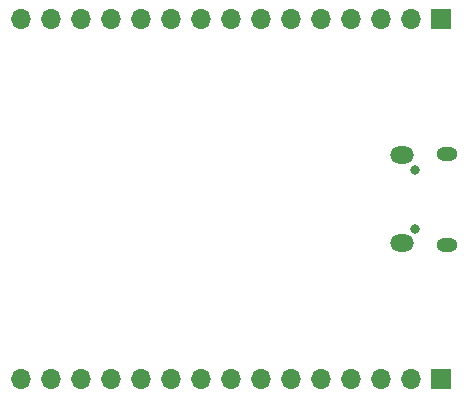
<source format=gbr>
%TF.GenerationSoftware,KiCad,Pcbnew,7.0.5-7.0.5~ubuntu20.04.1*%
%TF.CreationDate,2023-12-02T16:13:28+01:00*%
%TF.ProjectId,ST_prot,53545f70-726f-4742-9e6b-696361645f70,rev?*%
%TF.SameCoordinates,Original*%
%TF.FileFunction,Soldermask,Bot*%
%TF.FilePolarity,Negative*%
%FSLAX46Y46*%
G04 Gerber Fmt 4.6, Leading zero omitted, Abs format (unit mm)*
G04 Created by KiCad (PCBNEW 7.0.5-7.0.5~ubuntu20.04.1) date 2023-12-02 16:13:28*
%MOMM*%
%LPD*%
G01*
G04 APERTURE LIST*
%ADD10R,1.700000X1.700000*%
%ADD11O,1.700000X1.700000*%
%ADD12O,0.800000X0.800000*%
%ADD13O,1.800000X1.150000*%
%ADD14O,2.000000X1.450000*%
G04 APERTURE END LIST*
D10*
%TO.C,J2*%
X91440000Y-30480000D03*
D11*
X88900000Y-30480000D03*
X86360000Y-30480000D03*
X83820000Y-30480000D03*
X81280000Y-30480000D03*
X78740000Y-30480000D03*
X76200000Y-30480000D03*
X73660000Y-30480000D03*
X71120000Y-30480000D03*
X68580000Y-30480000D03*
X66040000Y-30480000D03*
X63500000Y-30480000D03*
X60960000Y-30480000D03*
X58420000Y-30480000D03*
X55880000Y-30480000D03*
%TD*%
D12*
%TO.C,J1*%
X89198000Y-48220000D03*
X89198000Y-43220000D03*
D13*
X91948000Y-49595000D03*
D14*
X88148000Y-49445000D03*
X88148000Y-41995000D03*
D13*
X91948000Y-41845000D03*
%TD*%
D10*
%TO.C,J3*%
X91440000Y-60960000D03*
D11*
X88900000Y-60960000D03*
X86360000Y-60960000D03*
X83820000Y-60960000D03*
X81280000Y-60960000D03*
X78740000Y-60960000D03*
X76200000Y-60960000D03*
X73660000Y-60960000D03*
X71120000Y-60960000D03*
X68580000Y-60960000D03*
X66040000Y-60960000D03*
X63500000Y-60960000D03*
X60960000Y-60960000D03*
X58420000Y-60960000D03*
X55880000Y-60960000D03*
%TD*%
M02*

</source>
